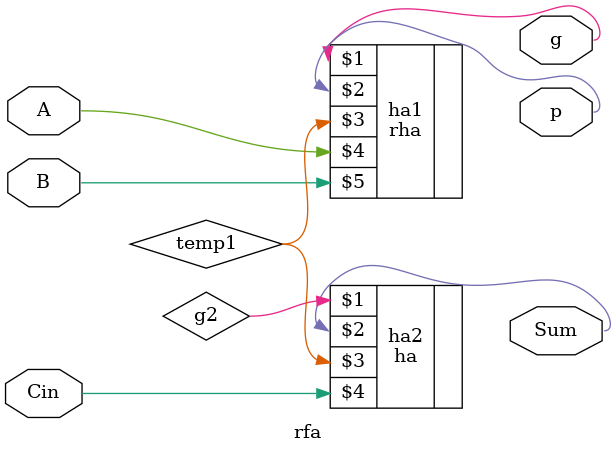
<source format=v>
module rfa (g, p, Sum, A, B, Cin);

   input  A, B, Cin;

   output Sum, g, p;
   
   rha ha1 (g, p, temp1, A, B);
   ha ha2 (g2, Sum, temp1, Cin);

endmodule // rfa


</source>
